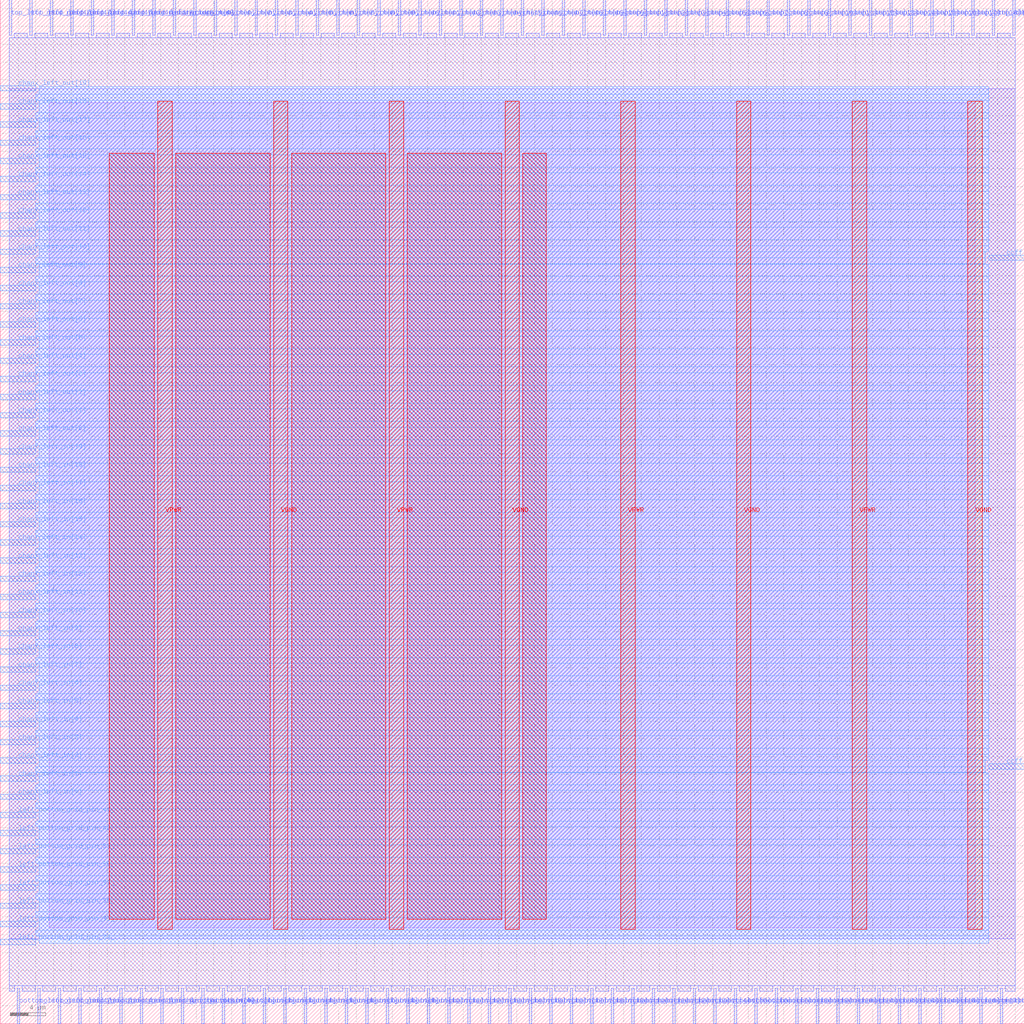
<source format=lef>
VERSION 5.7 ;
  NOWIREEXTENSIONATPIN ON ;
  DIVIDERCHAR "/" ;
  BUSBITCHARS "[]" ;
MACRO sb_2__1_
  CLASS BLOCK ;
  FOREIGN sb_2__1_ ;
  ORIGIN 0.000 0.000 ;
  SIZE 115.000 BY 115.000 ;
  PIN VGND
    DIRECTION INOUT ;
    USE GROUND ;
    PORT
      LAYER met4 ;
        RECT 30.710 10.640 32.310 103.600 ;
    END
    PORT
      LAYER met4 ;
        RECT 56.700 10.640 58.300 103.600 ;
    END
    PORT
      LAYER met4 ;
        RECT 82.690 10.640 84.290 103.600 ;
    END
    PORT
      LAYER met4 ;
        RECT 108.680 10.640 110.280 103.600 ;
    END
  END VGND
  PIN VPWR
    DIRECTION INOUT ;
    USE POWER ;
    PORT
      LAYER met4 ;
        RECT 17.715 10.640 19.315 103.600 ;
    END
    PORT
      LAYER met4 ;
        RECT 43.705 10.640 45.305 103.600 ;
    END
    PORT
      LAYER met4 ;
        RECT 69.695 10.640 71.295 103.600 ;
    END
    PORT
      LAYER met4 ;
        RECT 95.685 10.640 97.285 103.600 ;
    END
  END VPWR
  PIN bottom_left_grid_pin_42_
    DIRECTION INPUT ;
    USE SIGNAL ;
    PORT
      LAYER met2 ;
        RECT 1.930 0.000 2.210 4.000 ;
    END
  END bottom_left_grid_pin_42_
  PIN bottom_left_grid_pin_43_
    DIRECTION INPUT ;
    USE SIGNAL ;
    PORT
      LAYER met2 ;
        RECT 4.230 0.000 4.510 4.000 ;
    END
  END bottom_left_grid_pin_43_
  PIN bottom_left_grid_pin_44_
    DIRECTION INPUT ;
    USE SIGNAL ;
    PORT
      LAYER met2 ;
        RECT 6.530 0.000 6.810 4.000 ;
    END
  END bottom_left_grid_pin_44_
  PIN bottom_left_grid_pin_45_
    DIRECTION INPUT ;
    USE SIGNAL ;
    PORT
      LAYER met2 ;
        RECT 8.830 0.000 9.110 4.000 ;
    END
  END bottom_left_grid_pin_45_
  PIN bottom_left_grid_pin_46_
    DIRECTION INPUT ;
    USE SIGNAL ;
    PORT
      LAYER met2 ;
        RECT 11.130 0.000 11.410 4.000 ;
    END
  END bottom_left_grid_pin_46_
  PIN bottom_left_grid_pin_47_
    DIRECTION INPUT ;
    USE SIGNAL ;
    PORT
      LAYER met2 ;
        RECT 13.430 0.000 13.710 4.000 ;
    END
  END bottom_left_grid_pin_47_
  PIN bottom_left_grid_pin_48_
    DIRECTION INPUT ;
    USE SIGNAL ;
    PORT
      LAYER met2 ;
        RECT 15.730 0.000 16.010 4.000 ;
    END
  END bottom_left_grid_pin_48_
  PIN bottom_left_grid_pin_49_
    DIRECTION INPUT ;
    USE SIGNAL ;
    PORT
      LAYER met2 ;
        RECT 18.030 0.000 18.310 4.000 ;
    END
  END bottom_left_grid_pin_49_
  PIN bottom_right_grid_pin_1_
    DIRECTION INPUT ;
    USE SIGNAL ;
    PORT
      LAYER met2 ;
        RECT 112.330 0.000 112.610 4.000 ;
    END
  END bottom_right_grid_pin_1_
  PIN ccff_head
    DIRECTION INPUT ;
    USE SIGNAL ;
    PORT
      LAYER met3 ;
        RECT 111.000 28.600 115.000 29.200 ;
    END
  END ccff_head
  PIN ccff_tail
    DIRECTION OUTPUT TRISTATE ;
    USE SIGNAL ;
    PORT
      LAYER met3 ;
        RECT 111.000 85.720 115.000 86.320 ;
    END
  END ccff_tail
  PIN chanx_left_in[0]
    DIRECTION INPUT ;
    USE SIGNAL ;
    PORT
      LAYER met3 ;
        RECT 0.000 25.200 4.000 25.800 ;
    END
  END chanx_left_in[0]
  PIN chanx_left_in[10]
    DIRECTION INPUT ;
    USE SIGNAL ;
    PORT
      LAYER met3 ;
        RECT 0.000 45.600 4.000 46.200 ;
    END
  END chanx_left_in[10]
  PIN chanx_left_in[11]
    DIRECTION INPUT ;
    USE SIGNAL ;
    PORT
      LAYER met3 ;
        RECT 0.000 47.640 4.000 48.240 ;
    END
  END chanx_left_in[11]
  PIN chanx_left_in[12]
    DIRECTION INPUT ;
    USE SIGNAL ;
    PORT
      LAYER met3 ;
        RECT 0.000 49.680 4.000 50.280 ;
    END
  END chanx_left_in[12]
  PIN chanx_left_in[13]
    DIRECTION INPUT ;
    USE SIGNAL ;
    PORT
      LAYER met3 ;
        RECT 0.000 51.720 4.000 52.320 ;
    END
  END chanx_left_in[13]
  PIN chanx_left_in[14]
    DIRECTION INPUT ;
    USE SIGNAL ;
    PORT
      LAYER met3 ;
        RECT 0.000 53.760 4.000 54.360 ;
    END
  END chanx_left_in[14]
  PIN chanx_left_in[15]
    DIRECTION INPUT ;
    USE SIGNAL ;
    PORT
      LAYER met3 ;
        RECT 0.000 55.800 4.000 56.400 ;
    END
  END chanx_left_in[15]
  PIN chanx_left_in[16]
    DIRECTION INPUT ;
    USE SIGNAL ;
    PORT
      LAYER met3 ;
        RECT 0.000 57.840 4.000 58.440 ;
    END
  END chanx_left_in[16]
  PIN chanx_left_in[17]
    DIRECTION INPUT ;
    USE SIGNAL ;
    PORT
      LAYER met3 ;
        RECT 0.000 59.880 4.000 60.480 ;
    END
  END chanx_left_in[17]
  PIN chanx_left_in[18]
    DIRECTION INPUT ;
    USE SIGNAL ;
    PORT
      LAYER met3 ;
        RECT 0.000 61.920 4.000 62.520 ;
    END
  END chanx_left_in[18]
  PIN chanx_left_in[19]
    DIRECTION INPUT ;
    USE SIGNAL ;
    PORT
      LAYER met3 ;
        RECT 0.000 63.960 4.000 64.560 ;
    END
  END chanx_left_in[19]
  PIN chanx_left_in[1]
    DIRECTION INPUT ;
    USE SIGNAL ;
    PORT
      LAYER met3 ;
        RECT 0.000 27.240 4.000 27.840 ;
    END
  END chanx_left_in[1]
  PIN chanx_left_in[2]
    DIRECTION INPUT ;
    USE SIGNAL ;
    PORT
      LAYER met3 ;
        RECT 0.000 29.280 4.000 29.880 ;
    END
  END chanx_left_in[2]
  PIN chanx_left_in[3]
    DIRECTION INPUT ;
    USE SIGNAL ;
    PORT
      LAYER met3 ;
        RECT 0.000 31.320 4.000 31.920 ;
    END
  END chanx_left_in[3]
  PIN chanx_left_in[4]
    DIRECTION INPUT ;
    USE SIGNAL ;
    PORT
      LAYER met3 ;
        RECT 0.000 33.360 4.000 33.960 ;
    END
  END chanx_left_in[4]
  PIN chanx_left_in[5]
    DIRECTION INPUT ;
    USE SIGNAL ;
    PORT
      LAYER met3 ;
        RECT 0.000 35.400 4.000 36.000 ;
    END
  END chanx_left_in[5]
  PIN chanx_left_in[6]
    DIRECTION INPUT ;
    USE SIGNAL ;
    PORT
      LAYER met3 ;
        RECT 0.000 37.440 4.000 38.040 ;
    END
  END chanx_left_in[6]
  PIN chanx_left_in[7]
    DIRECTION INPUT ;
    USE SIGNAL ;
    PORT
      LAYER met3 ;
        RECT 0.000 39.480 4.000 40.080 ;
    END
  END chanx_left_in[7]
  PIN chanx_left_in[8]
    DIRECTION INPUT ;
    USE SIGNAL ;
    PORT
      LAYER met3 ;
        RECT 0.000 41.520 4.000 42.120 ;
    END
  END chanx_left_in[8]
  PIN chanx_left_in[9]
    DIRECTION INPUT ;
    USE SIGNAL ;
    PORT
      LAYER met3 ;
        RECT 0.000 43.560 4.000 44.160 ;
    END
  END chanx_left_in[9]
  PIN chanx_left_out[0]
    DIRECTION OUTPUT TRISTATE ;
    USE SIGNAL ;
    PORT
      LAYER met3 ;
        RECT 0.000 66.000 4.000 66.600 ;
    END
  END chanx_left_out[0]
  PIN chanx_left_out[10]
    DIRECTION OUTPUT TRISTATE ;
    USE SIGNAL ;
    PORT
      LAYER met3 ;
        RECT 0.000 86.400 4.000 87.000 ;
    END
  END chanx_left_out[10]
  PIN chanx_left_out[11]
    DIRECTION OUTPUT TRISTATE ;
    USE SIGNAL ;
    PORT
      LAYER met3 ;
        RECT 0.000 88.440 4.000 89.040 ;
    END
  END chanx_left_out[11]
  PIN chanx_left_out[12]
    DIRECTION OUTPUT TRISTATE ;
    USE SIGNAL ;
    PORT
      LAYER met3 ;
        RECT 0.000 90.480 4.000 91.080 ;
    END
  END chanx_left_out[12]
  PIN chanx_left_out[13]
    DIRECTION OUTPUT TRISTATE ;
    USE SIGNAL ;
    PORT
      LAYER met3 ;
        RECT 0.000 92.520 4.000 93.120 ;
    END
  END chanx_left_out[13]
  PIN chanx_left_out[14]
    DIRECTION OUTPUT TRISTATE ;
    USE SIGNAL ;
    PORT
      LAYER met3 ;
        RECT 0.000 94.560 4.000 95.160 ;
    END
  END chanx_left_out[14]
  PIN chanx_left_out[15]
    DIRECTION OUTPUT TRISTATE ;
    USE SIGNAL ;
    PORT
      LAYER met3 ;
        RECT 0.000 96.600 4.000 97.200 ;
    END
  END chanx_left_out[15]
  PIN chanx_left_out[16]
    DIRECTION OUTPUT TRISTATE ;
    USE SIGNAL ;
    PORT
      LAYER met3 ;
        RECT 0.000 98.640 4.000 99.240 ;
    END
  END chanx_left_out[16]
  PIN chanx_left_out[17]
    DIRECTION OUTPUT TRISTATE ;
    USE SIGNAL ;
    PORT
      LAYER met3 ;
        RECT 0.000 100.680 4.000 101.280 ;
    END
  END chanx_left_out[17]
  PIN chanx_left_out[18]
    DIRECTION OUTPUT TRISTATE ;
    USE SIGNAL ;
    PORT
      LAYER met3 ;
        RECT 0.000 102.720 4.000 103.320 ;
    END
  END chanx_left_out[18]
  PIN chanx_left_out[19]
    DIRECTION OUTPUT TRISTATE ;
    USE SIGNAL ;
    PORT
      LAYER met3 ;
        RECT 0.000 104.760 4.000 105.360 ;
    END
  END chanx_left_out[19]
  PIN chanx_left_out[1]
    DIRECTION OUTPUT TRISTATE ;
    USE SIGNAL ;
    PORT
      LAYER met3 ;
        RECT 0.000 68.040 4.000 68.640 ;
    END
  END chanx_left_out[1]
  PIN chanx_left_out[2]
    DIRECTION OUTPUT TRISTATE ;
    USE SIGNAL ;
    PORT
      LAYER met3 ;
        RECT 0.000 70.080 4.000 70.680 ;
    END
  END chanx_left_out[2]
  PIN chanx_left_out[3]
    DIRECTION OUTPUT TRISTATE ;
    USE SIGNAL ;
    PORT
      LAYER met3 ;
        RECT 0.000 72.120 4.000 72.720 ;
    END
  END chanx_left_out[3]
  PIN chanx_left_out[4]
    DIRECTION OUTPUT TRISTATE ;
    USE SIGNAL ;
    PORT
      LAYER met3 ;
        RECT 0.000 74.160 4.000 74.760 ;
    END
  END chanx_left_out[4]
  PIN chanx_left_out[5]
    DIRECTION OUTPUT TRISTATE ;
    USE SIGNAL ;
    PORT
      LAYER met3 ;
        RECT 0.000 76.200 4.000 76.800 ;
    END
  END chanx_left_out[5]
  PIN chanx_left_out[6]
    DIRECTION OUTPUT TRISTATE ;
    USE SIGNAL ;
    PORT
      LAYER met3 ;
        RECT 0.000 78.240 4.000 78.840 ;
    END
  END chanx_left_out[6]
  PIN chanx_left_out[7]
    DIRECTION OUTPUT TRISTATE ;
    USE SIGNAL ;
    PORT
      LAYER met3 ;
        RECT 0.000 80.280 4.000 80.880 ;
    END
  END chanx_left_out[7]
  PIN chanx_left_out[8]
    DIRECTION OUTPUT TRISTATE ;
    USE SIGNAL ;
    PORT
      LAYER met3 ;
        RECT 0.000 82.320 4.000 82.920 ;
    END
  END chanx_left_out[8]
  PIN chanx_left_out[9]
    DIRECTION OUTPUT TRISTATE ;
    USE SIGNAL ;
    PORT
      LAYER met3 ;
        RECT 0.000 84.360 4.000 84.960 ;
    END
  END chanx_left_out[9]
  PIN chany_bottom_in[0]
    DIRECTION INPUT ;
    USE SIGNAL ;
    PORT
      LAYER met2 ;
        RECT 20.330 0.000 20.610 4.000 ;
    END
  END chany_bottom_in[0]
  PIN chany_bottom_in[10]
    DIRECTION INPUT ;
    USE SIGNAL ;
    PORT
      LAYER met2 ;
        RECT 43.330 0.000 43.610 4.000 ;
    END
  END chany_bottom_in[10]
  PIN chany_bottom_in[11]
    DIRECTION INPUT ;
    USE SIGNAL ;
    PORT
      LAYER met2 ;
        RECT 45.630 0.000 45.910 4.000 ;
    END
  END chany_bottom_in[11]
  PIN chany_bottom_in[12]
    DIRECTION INPUT ;
    USE SIGNAL ;
    PORT
      LAYER met2 ;
        RECT 47.930 0.000 48.210 4.000 ;
    END
  END chany_bottom_in[12]
  PIN chany_bottom_in[13]
    DIRECTION INPUT ;
    USE SIGNAL ;
    PORT
      LAYER met2 ;
        RECT 50.230 0.000 50.510 4.000 ;
    END
  END chany_bottom_in[13]
  PIN chany_bottom_in[14]
    DIRECTION INPUT ;
    USE SIGNAL ;
    PORT
      LAYER met2 ;
        RECT 52.530 0.000 52.810 4.000 ;
    END
  END chany_bottom_in[14]
  PIN chany_bottom_in[15]
    DIRECTION INPUT ;
    USE SIGNAL ;
    PORT
      LAYER met2 ;
        RECT 54.830 0.000 55.110 4.000 ;
    END
  END chany_bottom_in[15]
  PIN chany_bottom_in[16]
    DIRECTION INPUT ;
    USE SIGNAL ;
    PORT
      LAYER met2 ;
        RECT 57.130 0.000 57.410 4.000 ;
    END
  END chany_bottom_in[16]
  PIN chany_bottom_in[17]
    DIRECTION INPUT ;
    USE SIGNAL ;
    PORT
      LAYER met2 ;
        RECT 59.430 0.000 59.710 4.000 ;
    END
  END chany_bottom_in[17]
  PIN chany_bottom_in[18]
    DIRECTION INPUT ;
    USE SIGNAL ;
    PORT
      LAYER met2 ;
        RECT 61.730 0.000 62.010 4.000 ;
    END
  END chany_bottom_in[18]
  PIN chany_bottom_in[19]
    DIRECTION INPUT ;
    USE SIGNAL ;
    PORT
      LAYER met2 ;
        RECT 64.030 0.000 64.310 4.000 ;
    END
  END chany_bottom_in[19]
  PIN chany_bottom_in[1]
    DIRECTION INPUT ;
    USE SIGNAL ;
    PORT
      LAYER met2 ;
        RECT 22.630 0.000 22.910 4.000 ;
    END
  END chany_bottom_in[1]
  PIN chany_bottom_in[2]
    DIRECTION INPUT ;
    USE SIGNAL ;
    PORT
      LAYER met2 ;
        RECT 24.930 0.000 25.210 4.000 ;
    END
  END chany_bottom_in[2]
  PIN chany_bottom_in[3]
    DIRECTION INPUT ;
    USE SIGNAL ;
    PORT
      LAYER met2 ;
        RECT 27.230 0.000 27.510 4.000 ;
    END
  END chany_bottom_in[3]
  PIN chany_bottom_in[4]
    DIRECTION INPUT ;
    USE SIGNAL ;
    PORT
      LAYER met2 ;
        RECT 29.530 0.000 29.810 4.000 ;
    END
  END chany_bottom_in[4]
  PIN chany_bottom_in[5]
    DIRECTION INPUT ;
    USE SIGNAL ;
    PORT
      LAYER met2 ;
        RECT 31.830 0.000 32.110 4.000 ;
    END
  END chany_bottom_in[5]
  PIN chany_bottom_in[6]
    DIRECTION INPUT ;
    USE SIGNAL ;
    PORT
      LAYER met2 ;
        RECT 34.130 0.000 34.410 4.000 ;
    END
  END chany_bottom_in[6]
  PIN chany_bottom_in[7]
    DIRECTION INPUT ;
    USE SIGNAL ;
    PORT
      LAYER met2 ;
        RECT 36.430 0.000 36.710 4.000 ;
    END
  END chany_bottom_in[7]
  PIN chany_bottom_in[8]
    DIRECTION INPUT ;
    USE SIGNAL ;
    PORT
      LAYER met2 ;
        RECT 38.730 0.000 39.010 4.000 ;
    END
  END chany_bottom_in[8]
  PIN chany_bottom_in[9]
    DIRECTION INPUT ;
    USE SIGNAL ;
    PORT
      LAYER met2 ;
        RECT 41.030 0.000 41.310 4.000 ;
    END
  END chany_bottom_in[9]
  PIN chany_bottom_out[0]
    DIRECTION OUTPUT TRISTATE ;
    USE SIGNAL ;
    PORT
      LAYER met2 ;
        RECT 66.330 0.000 66.610 4.000 ;
    END
  END chany_bottom_out[0]
  PIN chany_bottom_out[10]
    DIRECTION OUTPUT TRISTATE ;
    USE SIGNAL ;
    PORT
      LAYER met2 ;
        RECT 89.330 0.000 89.610 4.000 ;
    END
  END chany_bottom_out[10]
  PIN chany_bottom_out[11]
    DIRECTION OUTPUT TRISTATE ;
    USE SIGNAL ;
    PORT
      LAYER met2 ;
        RECT 91.630 0.000 91.910 4.000 ;
    END
  END chany_bottom_out[11]
  PIN chany_bottom_out[12]
    DIRECTION OUTPUT TRISTATE ;
    USE SIGNAL ;
    PORT
      LAYER met2 ;
        RECT 93.930 0.000 94.210 4.000 ;
    END
  END chany_bottom_out[12]
  PIN chany_bottom_out[13]
    DIRECTION OUTPUT TRISTATE ;
    USE SIGNAL ;
    PORT
      LAYER met2 ;
        RECT 96.230 0.000 96.510 4.000 ;
    END
  END chany_bottom_out[13]
  PIN chany_bottom_out[14]
    DIRECTION OUTPUT TRISTATE ;
    USE SIGNAL ;
    PORT
      LAYER met2 ;
        RECT 98.530 0.000 98.810 4.000 ;
    END
  END chany_bottom_out[14]
  PIN chany_bottom_out[15]
    DIRECTION OUTPUT TRISTATE ;
    USE SIGNAL ;
    PORT
      LAYER met2 ;
        RECT 100.830 0.000 101.110 4.000 ;
    END
  END chany_bottom_out[15]
  PIN chany_bottom_out[16]
    DIRECTION OUTPUT TRISTATE ;
    USE SIGNAL ;
    PORT
      LAYER met2 ;
        RECT 103.130 0.000 103.410 4.000 ;
    END
  END chany_bottom_out[16]
  PIN chany_bottom_out[17]
    DIRECTION OUTPUT TRISTATE ;
    USE SIGNAL ;
    PORT
      LAYER met2 ;
        RECT 105.430 0.000 105.710 4.000 ;
    END
  END chany_bottom_out[17]
  PIN chany_bottom_out[18]
    DIRECTION OUTPUT TRISTATE ;
    USE SIGNAL ;
    PORT
      LAYER met2 ;
        RECT 107.730 0.000 108.010 4.000 ;
    END
  END chany_bottom_out[18]
  PIN chany_bottom_out[19]
    DIRECTION OUTPUT TRISTATE ;
    USE SIGNAL ;
    PORT
      LAYER met2 ;
        RECT 110.030 0.000 110.310 4.000 ;
    END
  END chany_bottom_out[19]
  PIN chany_bottom_out[1]
    DIRECTION OUTPUT TRISTATE ;
    USE SIGNAL ;
    PORT
      LAYER met2 ;
        RECT 68.630 0.000 68.910 4.000 ;
    END
  END chany_bottom_out[1]
  PIN chany_bottom_out[2]
    DIRECTION OUTPUT TRISTATE ;
    USE SIGNAL ;
    PORT
      LAYER met2 ;
        RECT 70.930 0.000 71.210 4.000 ;
    END
  END chany_bottom_out[2]
  PIN chany_bottom_out[3]
    DIRECTION OUTPUT TRISTATE ;
    USE SIGNAL ;
    PORT
      LAYER met2 ;
        RECT 73.230 0.000 73.510 4.000 ;
    END
  END chany_bottom_out[3]
  PIN chany_bottom_out[4]
    DIRECTION OUTPUT TRISTATE ;
    USE SIGNAL ;
    PORT
      LAYER met2 ;
        RECT 75.530 0.000 75.810 4.000 ;
    END
  END chany_bottom_out[4]
  PIN chany_bottom_out[5]
    DIRECTION OUTPUT TRISTATE ;
    USE SIGNAL ;
    PORT
      LAYER met2 ;
        RECT 77.830 0.000 78.110 4.000 ;
    END
  END chany_bottom_out[5]
  PIN chany_bottom_out[6]
    DIRECTION OUTPUT TRISTATE ;
    USE SIGNAL ;
    PORT
      LAYER met2 ;
        RECT 80.130 0.000 80.410 4.000 ;
    END
  END chany_bottom_out[6]
  PIN chany_bottom_out[7]
    DIRECTION OUTPUT TRISTATE ;
    USE SIGNAL ;
    PORT
      LAYER met2 ;
        RECT 82.430 0.000 82.710 4.000 ;
    END
  END chany_bottom_out[7]
  PIN chany_bottom_out[8]
    DIRECTION OUTPUT TRISTATE ;
    USE SIGNAL ;
    PORT
      LAYER met2 ;
        RECT 84.730 0.000 85.010 4.000 ;
    END
  END chany_bottom_out[8]
  PIN chany_bottom_out[9]
    DIRECTION OUTPUT TRISTATE ;
    USE SIGNAL ;
    PORT
      LAYER met2 ;
        RECT 87.030 0.000 87.310 4.000 ;
    END
  END chany_bottom_out[9]
  PIN chany_top_in[0]
    DIRECTION INPUT ;
    USE SIGNAL ;
    PORT
      LAYER met2 ;
        RECT 19.410 111.000 19.690 115.000 ;
    END
  END chany_top_in[0]
  PIN chany_top_in[10]
    DIRECTION INPUT ;
    USE SIGNAL ;
    PORT
      LAYER met2 ;
        RECT 42.410 111.000 42.690 115.000 ;
    END
  END chany_top_in[10]
  PIN chany_top_in[11]
    DIRECTION INPUT ;
    USE SIGNAL ;
    PORT
      LAYER met2 ;
        RECT 44.710 111.000 44.990 115.000 ;
    END
  END chany_top_in[11]
  PIN chany_top_in[12]
    DIRECTION INPUT ;
    USE SIGNAL ;
    PORT
      LAYER met2 ;
        RECT 47.010 111.000 47.290 115.000 ;
    END
  END chany_top_in[12]
  PIN chany_top_in[13]
    DIRECTION INPUT ;
    USE SIGNAL ;
    PORT
      LAYER met2 ;
        RECT 49.310 111.000 49.590 115.000 ;
    END
  END chany_top_in[13]
  PIN chany_top_in[14]
    DIRECTION INPUT ;
    USE SIGNAL ;
    PORT
      LAYER met2 ;
        RECT 51.610 111.000 51.890 115.000 ;
    END
  END chany_top_in[14]
  PIN chany_top_in[15]
    DIRECTION INPUT ;
    USE SIGNAL ;
    PORT
      LAYER met2 ;
        RECT 53.910 111.000 54.190 115.000 ;
    END
  END chany_top_in[15]
  PIN chany_top_in[16]
    DIRECTION INPUT ;
    USE SIGNAL ;
    PORT
      LAYER met2 ;
        RECT 56.210 111.000 56.490 115.000 ;
    END
  END chany_top_in[16]
  PIN chany_top_in[17]
    DIRECTION INPUT ;
    USE SIGNAL ;
    PORT
      LAYER met2 ;
        RECT 58.510 111.000 58.790 115.000 ;
    END
  END chany_top_in[17]
  PIN chany_top_in[18]
    DIRECTION INPUT ;
    USE SIGNAL ;
    PORT
      LAYER met2 ;
        RECT 60.810 111.000 61.090 115.000 ;
    END
  END chany_top_in[18]
  PIN chany_top_in[19]
    DIRECTION INPUT ;
    USE SIGNAL ;
    PORT
      LAYER met2 ;
        RECT 63.110 111.000 63.390 115.000 ;
    END
  END chany_top_in[19]
  PIN chany_top_in[1]
    DIRECTION INPUT ;
    USE SIGNAL ;
    PORT
      LAYER met2 ;
        RECT 21.710 111.000 21.990 115.000 ;
    END
  END chany_top_in[1]
  PIN chany_top_in[2]
    DIRECTION INPUT ;
    USE SIGNAL ;
    PORT
      LAYER met2 ;
        RECT 24.010 111.000 24.290 115.000 ;
    END
  END chany_top_in[2]
  PIN chany_top_in[3]
    DIRECTION INPUT ;
    USE SIGNAL ;
    PORT
      LAYER met2 ;
        RECT 26.310 111.000 26.590 115.000 ;
    END
  END chany_top_in[3]
  PIN chany_top_in[4]
    DIRECTION INPUT ;
    USE SIGNAL ;
    PORT
      LAYER met2 ;
        RECT 28.610 111.000 28.890 115.000 ;
    END
  END chany_top_in[4]
  PIN chany_top_in[5]
    DIRECTION INPUT ;
    USE SIGNAL ;
    PORT
      LAYER met2 ;
        RECT 30.910 111.000 31.190 115.000 ;
    END
  END chany_top_in[5]
  PIN chany_top_in[6]
    DIRECTION INPUT ;
    USE SIGNAL ;
    PORT
      LAYER met2 ;
        RECT 33.210 111.000 33.490 115.000 ;
    END
  END chany_top_in[6]
  PIN chany_top_in[7]
    DIRECTION INPUT ;
    USE SIGNAL ;
    PORT
      LAYER met2 ;
        RECT 35.510 111.000 35.790 115.000 ;
    END
  END chany_top_in[7]
  PIN chany_top_in[8]
    DIRECTION INPUT ;
    USE SIGNAL ;
    PORT
      LAYER met2 ;
        RECT 37.810 111.000 38.090 115.000 ;
    END
  END chany_top_in[8]
  PIN chany_top_in[9]
    DIRECTION INPUT ;
    USE SIGNAL ;
    PORT
      LAYER met2 ;
        RECT 40.110 111.000 40.390 115.000 ;
    END
  END chany_top_in[9]
  PIN chany_top_out[0]
    DIRECTION OUTPUT TRISTATE ;
    USE SIGNAL ;
    PORT
      LAYER met2 ;
        RECT 65.410 111.000 65.690 115.000 ;
    END
  END chany_top_out[0]
  PIN chany_top_out[10]
    DIRECTION OUTPUT TRISTATE ;
    USE SIGNAL ;
    PORT
      LAYER met2 ;
        RECT 88.410 111.000 88.690 115.000 ;
    END
  END chany_top_out[10]
  PIN chany_top_out[11]
    DIRECTION OUTPUT TRISTATE ;
    USE SIGNAL ;
    PORT
      LAYER met2 ;
        RECT 90.710 111.000 90.990 115.000 ;
    END
  END chany_top_out[11]
  PIN chany_top_out[12]
    DIRECTION OUTPUT TRISTATE ;
    USE SIGNAL ;
    PORT
      LAYER met2 ;
        RECT 93.010 111.000 93.290 115.000 ;
    END
  END chany_top_out[12]
  PIN chany_top_out[13]
    DIRECTION OUTPUT TRISTATE ;
    USE SIGNAL ;
    PORT
      LAYER met2 ;
        RECT 95.310 111.000 95.590 115.000 ;
    END
  END chany_top_out[13]
  PIN chany_top_out[14]
    DIRECTION OUTPUT TRISTATE ;
    USE SIGNAL ;
    PORT
      LAYER met2 ;
        RECT 97.610 111.000 97.890 115.000 ;
    END
  END chany_top_out[14]
  PIN chany_top_out[15]
    DIRECTION OUTPUT TRISTATE ;
    USE SIGNAL ;
    PORT
      LAYER met2 ;
        RECT 99.910 111.000 100.190 115.000 ;
    END
  END chany_top_out[15]
  PIN chany_top_out[16]
    DIRECTION OUTPUT TRISTATE ;
    USE SIGNAL ;
    PORT
      LAYER met2 ;
        RECT 102.210 111.000 102.490 115.000 ;
    END
  END chany_top_out[16]
  PIN chany_top_out[17]
    DIRECTION OUTPUT TRISTATE ;
    USE SIGNAL ;
    PORT
      LAYER met2 ;
        RECT 104.510 111.000 104.790 115.000 ;
    END
  END chany_top_out[17]
  PIN chany_top_out[18]
    DIRECTION OUTPUT TRISTATE ;
    USE SIGNAL ;
    PORT
      LAYER met2 ;
        RECT 106.810 111.000 107.090 115.000 ;
    END
  END chany_top_out[18]
  PIN chany_top_out[19]
    DIRECTION OUTPUT TRISTATE ;
    USE SIGNAL ;
    PORT
      LAYER met2 ;
        RECT 109.110 111.000 109.390 115.000 ;
    END
  END chany_top_out[19]
  PIN chany_top_out[1]
    DIRECTION OUTPUT TRISTATE ;
    USE SIGNAL ;
    PORT
      LAYER met2 ;
        RECT 67.710 111.000 67.990 115.000 ;
    END
  END chany_top_out[1]
  PIN chany_top_out[2]
    DIRECTION OUTPUT TRISTATE ;
    USE SIGNAL ;
    PORT
      LAYER met2 ;
        RECT 70.010 111.000 70.290 115.000 ;
    END
  END chany_top_out[2]
  PIN chany_top_out[3]
    DIRECTION OUTPUT TRISTATE ;
    USE SIGNAL ;
    PORT
      LAYER met2 ;
        RECT 72.310 111.000 72.590 115.000 ;
    END
  END chany_top_out[3]
  PIN chany_top_out[4]
    DIRECTION OUTPUT TRISTATE ;
    USE SIGNAL ;
    PORT
      LAYER met2 ;
        RECT 74.610 111.000 74.890 115.000 ;
    END
  END chany_top_out[4]
  PIN chany_top_out[5]
    DIRECTION OUTPUT TRISTATE ;
    USE SIGNAL ;
    PORT
      LAYER met2 ;
        RECT 76.910 111.000 77.190 115.000 ;
    END
  END chany_top_out[5]
  PIN chany_top_out[6]
    DIRECTION OUTPUT TRISTATE ;
    USE SIGNAL ;
    PORT
      LAYER met2 ;
        RECT 79.210 111.000 79.490 115.000 ;
    END
  END chany_top_out[6]
  PIN chany_top_out[7]
    DIRECTION OUTPUT TRISTATE ;
    USE SIGNAL ;
    PORT
      LAYER met2 ;
        RECT 81.510 111.000 81.790 115.000 ;
    END
  END chany_top_out[7]
  PIN chany_top_out[8]
    DIRECTION OUTPUT TRISTATE ;
    USE SIGNAL ;
    PORT
      LAYER met2 ;
        RECT 83.810 111.000 84.090 115.000 ;
    END
  END chany_top_out[8]
  PIN chany_top_out[9]
    DIRECTION OUTPUT TRISTATE ;
    USE SIGNAL ;
    PORT
      LAYER met2 ;
        RECT 86.110 111.000 86.390 115.000 ;
    END
  END chany_top_out[9]
  PIN left_bottom_grid_pin_34_
    DIRECTION INPUT ;
    USE SIGNAL ;
    PORT
      LAYER met3 ;
        RECT 0.000 8.880 4.000 9.480 ;
    END
  END left_bottom_grid_pin_34_
  PIN left_bottom_grid_pin_35_
    DIRECTION INPUT ;
    USE SIGNAL ;
    PORT
      LAYER met3 ;
        RECT 0.000 10.920 4.000 11.520 ;
    END
  END left_bottom_grid_pin_35_
  PIN left_bottom_grid_pin_36_
    DIRECTION INPUT ;
    USE SIGNAL ;
    PORT
      LAYER met3 ;
        RECT 0.000 12.960 4.000 13.560 ;
    END
  END left_bottom_grid_pin_36_
  PIN left_bottom_grid_pin_37_
    DIRECTION INPUT ;
    USE SIGNAL ;
    PORT
      LAYER met3 ;
        RECT 0.000 15.000 4.000 15.600 ;
    END
  END left_bottom_grid_pin_37_
  PIN left_bottom_grid_pin_38_
    DIRECTION INPUT ;
    USE SIGNAL ;
    PORT
      LAYER met3 ;
        RECT 0.000 17.040 4.000 17.640 ;
    END
  END left_bottom_grid_pin_38_
  PIN left_bottom_grid_pin_39_
    DIRECTION INPUT ;
    USE SIGNAL ;
    PORT
      LAYER met3 ;
        RECT 0.000 19.080 4.000 19.680 ;
    END
  END left_bottom_grid_pin_39_
  PIN left_bottom_grid_pin_40_
    DIRECTION INPUT ;
    USE SIGNAL ;
    PORT
      LAYER met3 ;
        RECT 0.000 21.120 4.000 21.720 ;
    END
  END left_bottom_grid_pin_40_
  PIN left_bottom_grid_pin_41_
    DIRECTION INPUT ;
    USE SIGNAL ;
    PORT
      LAYER met3 ;
        RECT 0.000 23.160 4.000 23.760 ;
    END
  END left_bottom_grid_pin_41_
  PIN prog_clk_0_N_in
    DIRECTION INPUT ;
    USE SIGNAL ;
    PORT
      LAYER met2 ;
        RECT 111.410 111.000 111.690 115.000 ;
    END
  END prog_clk_0_N_in
  PIN top_left_grid_pin_42_
    DIRECTION INPUT ;
    USE SIGNAL ;
    PORT
      LAYER met2 ;
        RECT 1.010 111.000 1.290 115.000 ;
    END
  END top_left_grid_pin_42_
  PIN top_left_grid_pin_43_
    DIRECTION INPUT ;
    USE SIGNAL ;
    PORT
      LAYER met2 ;
        RECT 3.310 111.000 3.590 115.000 ;
    END
  END top_left_grid_pin_43_
  PIN top_left_grid_pin_44_
    DIRECTION INPUT ;
    USE SIGNAL ;
    PORT
      LAYER met2 ;
        RECT 5.610 111.000 5.890 115.000 ;
    END
  END top_left_grid_pin_44_
  PIN top_left_grid_pin_45_
    DIRECTION INPUT ;
    USE SIGNAL ;
    PORT
      LAYER met2 ;
        RECT 7.910 111.000 8.190 115.000 ;
    END
  END top_left_grid_pin_45_
  PIN top_left_grid_pin_46_
    DIRECTION INPUT ;
    USE SIGNAL ;
    PORT
      LAYER met2 ;
        RECT 10.210 111.000 10.490 115.000 ;
    END
  END top_left_grid_pin_46_
  PIN top_left_grid_pin_47_
    DIRECTION INPUT ;
    USE SIGNAL ;
    PORT
      LAYER met2 ;
        RECT 12.510 111.000 12.790 115.000 ;
    END
  END top_left_grid_pin_47_
  PIN top_left_grid_pin_48_
    DIRECTION INPUT ;
    USE SIGNAL ;
    PORT
      LAYER met2 ;
        RECT 14.810 111.000 15.090 115.000 ;
    END
  END top_left_grid_pin_48_
  PIN top_left_grid_pin_49_
    DIRECTION INPUT ;
    USE SIGNAL ;
    PORT
      LAYER met2 ;
        RECT 17.110 111.000 17.390 115.000 ;
    END
  END top_left_grid_pin_49_
  PIN top_right_grid_pin_1_
    DIRECTION INPUT ;
    USE SIGNAL ;
    PORT
      LAYER met2 ;
        RECT 113.710 111.000 113.990 115.000 ;
    END
  END top_right_grid_pin_1_
  OBS
      LAYER li1 ;
        RECT 5.520 10.795 109.480 103.445 ;
      LAYER met1 ;
        RECT 0.990 9.560 114.010 105.020 ;
      LAYER met2 ;
        RECT 1.570 110.720 3.030 111.250 ;
        RECT 3.870 110.720 5.330 111.250 ;
        RECT 6.170 110.720 7.630 111.250 ;
        RECT 8.470 110.720 9.930 111.250 ;
        RECT 10.770 110.720 12.230 111.250 ;
        RECT 13.070 110.720 14.530 111.250 ;
        RECT 15.370 110.720 16.830 111.250 ;
        RECT 17.670 110.720 19.130 111.250 ;
        RECT 19.970 110.720 21.430 111.250 ;
        RECT 22.270 110.720 23.730 111.250 ;
        RECT 24.570 110.720 26.030 111.250 ;
        RECT 26.870 110.720 28.330 111.250 ;
        RECT 29.170 110.720 30.630 111.250 ;
        RECT 31.470 110.720 32.930 111.250 ;
        RECT 33.770 110.720 35.230 111.250 ;
        RECT 36.070 110.720 37.530 111.250 ;
        RECT 38.370 110.720 39.830 111.250 ;
        RECT 40.670 110.720 42.130 111.250 ;
        RECT 42.970 110.720 44.430 111.250 ;
        RECT 45.270 110.720 46.730 111.250 ;
        RECT 47.570 110.720 49.030 111.250 ;
        RECT 49.870 110.720 51.330 111.250 ;
        RECT 52.170 110.720 53.630 111.250 ;
        RECT 54.470 110.720 55.930 111.250 ;
        RECT 56.770 110.720 58.230 111.250 ;
        RECT 59.070 110.720 60.530 111.250 ;
        RECT 61.370 110.720 62.830 111.250 ;
        RECT 63.670 110.720 65.130 111.250 ;
        RECT 65.970 110.720 67.430 111.250 ;
        RECT 68.270 110.720 69.730 111.250 ;
        RECT 70.570 110.720 72.030 111.250 ;
        RECT 72.870 110.720 74.330 111.250 ;
        RECT 75.170 110.720 76.630 111.250 ;
        RECT 77.470 110.720 78.930 111.250 ;
        RECT 79.770 110.720 81.230 111.250 ;
        RECT 82.070 110.720 83.530 111.250 ;
        RECT 84.370 110.720 85.830 111.250 ;
        RECT 86.670 110.720 88.130 111.250 ;
        RECT 88.970 110.720 90.430 111.250 ;
        RECT 91.270 110.720 92.730 111.250 ;
        RECT 93.570 110.720 95.030 111.250 ;
        RECT 95.870 110.720 97.330 111.250 ;
        RECT 98.170 110.720 99.630 111.250 ;
        RECT 100.470 110.720 101.930 111.250 ;
        RECT 102.770 110.720 104.230 111.250 ;
        RECT 105.070 110.720 106.530 111.250 ;
        RECT 107.370 110.720 108.830 111.250 ;
        RECT 109.670 110.720 111.130 111.250 ;
        RECT 111.970 110.720 113.430 111.250 ;
        RECT 1.020 4.280 113.980 110.720 ;
        RECT 1.020 3.670 1.650 4.280 ;
        RECT 2.490 3.670 3.950 4.280 ;
        RECT 4.790 3.670 6.250 4.280 ;
        RECT 7.090 3.670 8.550 4.280 ;
        RECT 9.390 3.670 10.850 4.280 ;
        RECT 11.690 3.670 13.150 4.280 ;
        RECT 13.990 3.670 15.450 4.280 ;
        RECT 16.290 3.670 17.750 4.280 ;
        RECT 18.590 3.670 20.050 4.280 ;
        RECT 20.890 3.670 22.350 4.280 ;
        RECT 23.190 3.670 24.650 4.280 ;
        RECT 25.490 3.670 26.950 4.280 ;
        RECT 27.790 3.670 29.250 4.280 ;
        RECT 30.090 3.670 31.550 4.280 ;
        RECT 32.390 3.670 33.850 4.280 ;
        RECT 34.690 3.670 36.150 4.280 ;
        RECT 36.990 3.670 38.450 4.280 ;
        RECT 39.290 3.670 40.750 4.280 ;
        RECT 41.590 3.670 43.050 4.280 ;
        RECT 43.890 3.670 45.350 4.280 ;
        RECT 46.190 3.670 47.650 4.280 ;
        RECT 48.490 3.670 49.950 4.280 ;
        RECT 50.790 3.670 52.250 4.280 ;
        RECT 53.090 3.670 54.550 4.280 ;
        RECT 55.390 3.670 56.850 4.280 ;
        RECT 57.690 3.670 59.150 4.280 ;
        RECT 59.990 3.670 61.450 4.280 ;
        RECT 62.290 3.670 63.750 4.280 ;
        RECT 64.590 3.670 66.050 4.280 ;
        RECT 66.890 3.670 68.350 4.280 ;
        RECT 69.190 3.670 70.650 4.280 ;
        RECT 71.490 3.670 72.950 4.280 ;
        RECT 73.790 3.670 75.250 4.280 ;
        RECT 76.090 3.670 77.550 4.280 ;
        RECT 78.390 3.670 79.850 4.280 ;
        RECT 80.690 3.670 82.150 4.280 ;
        RECT 82.990 3.670 84.450 4.280 ;
        RECT 85.290 3.670 86.750 4.280 ;
        RECT 87.590 3.670 89.050 4.280 ;
        RECT 89.890 3.670 91.350 4.280 ;
        RECT 92.190 3.670 93.650 4.280 ;
        RECT 94.490 3.670 95.950 4.280 ;
        RECT 96.790 3.670 98.250 4.280 ;
        RECT 99.090 3.670 100.550 4.280 ;
        RECT 101.390 3.670 102.850 4.280 ;
        RECT 103.690 3.670 105.150 4.280 ;
        RECT 105.990 3.670 107.450 4.280 ;
        RECT 108.290 3.670 109.750 4.280 ;
        RECT 110.590 3.670 112.050 4.280 ;
        RECT 112.890 3.670 113.980 4.280 ;
      LAYER met3 ;
        RECT 4.400 104.360 111.000 105.225 ;
        RECT 4.000 103.720 111.000 104.360 ;
        RECT 4.400 102.320 111.000 103.720 ;
        RECT 4.000 101.680 111.000 102.320 ;
        RECT 4.400 100.280 111.000 101.680 ;
        RECT 4.000 99.640 111.000 100.280 ;
        RECT 4.400 98.240 111.000 99.640 ;
        RECT 4.000 97.600 111.000 98.240 ;
        RECT 4.400 96.200 111.000 97.600 ;
        RECT 4.000 95.560 111.000 96.200 ;
        RECT 4.400 94.160 111.000 95.560 ;
        RECT 4.000 93.520 111.000 94.160 ;
        RECT 4.400 92.120 111.000 93.520 ;
        RECT 4.000 91.480 111.000 92.120 ;
        RECT 4.400 90.080 111.000 91.480 ;
        RECT 4.000 89.440 111.000 90.080 ;
        RECT 4.400 88.040 111.000 89.440 ;
        RECT 4.000 87.400 111.000 88.040 ;
        RECT 4.400 86.720 111.000 87.400 ;
        RECT 4.400 86.000 110.600 86.720 ;
        RECT 4.000 85.360 110.600 86.000 ;
        RECT 4.400 85.320 110.600 85.360 ;
        RECT 4.400 83.960 111.000 85.320 ;
        RECT 4.000 83.320 111.000 83.960 ;
        RECT 4.400 81.920 111.000 83.320 ;
        RECT 4.000 81.280 111.000 81.920 ;
        RECT 4.400 79.880 111.000 81.280 ;
        RECT 4.000 79.240 111.000 79.880 ;
        RECT 4.400 77.840 111.000 79.240 ;
        RECT 4.000 77.200 111.000 77.840 ;
        RECT 4.400 75.800 111.000 77.200 ;
        RECT 4.000 75.160 111.000 75.800 ;
        RECT 4.400 73.760 111.000 75.160 ;
        RECT 4.000 73.120 111.000 73.760 ;
        RECT 4.400 71.720 111.000 73.120 ;
        RECT 4.000 71.080 111.000 71.720 ;
        RECT 4.400 69.680 111.000 71.080 ;
        RECT 4.000 69.040 111.000 69.680 ;
        RECT 4.400 67.640 111.000 69.040 ;
        RECT 4.000 67.000 111.000 67.640 ;
        RECT 4.400 65.600 111.000 67.000 ;
        RECT 4.000 64.960 111.000 65.600 ;
        RECT 4.400 63.560 111.000 64.960 ;
        RECT 4.000 62.920 111.000 63.560 ;
        RECT 4.400 61.520 111.000 62.920 ;
        RECT 4.000 60.880 111.000 61.520 ;
        RECT 4.400 59.480 111.000 60.880 ;
        RECT 4.000 58.840 111.000 59.480 ;
        RECT 4.400 57.440 111.000 58.840 ;
        RECT 4.000 56.800 111.000 57.440 ;
        RECT 4.400 55.400 111.000 56.800 ;
        RECT 4.000 54.760 111.000 55.400 ;
        RECT 4.400 53.360 111.000 54.760 ;
        RECT 4.000 52.720 111.000 53.360 ;
        RECT 4.400 51.320 111.000 52.720 ;
        RECT 4.000 50.680 111.000 51.320 ;
        RECT 4.400 49.280 111.000 50.680 ;
        RECT 4.000 48.640 111.000 49.280 ;
        RECT 4.400 47.240 111.000 48.640 ;
        RECT 4.000 46.600 111.000 47.240 ;
        RECT 4.400 45.200 111.000 46.600 ;
        RECT 4.000 44.560 111.000 45.200 ;
        RECT 4.400 43.160 111.000 44.560 ;
        RECT 4.000 42.520 111.000 43.160 ;
        RECT 4.400 41.120 111.000 42.520 ;
        RECT 4.000 40.480 111.000 41.120 ;
        RECT 4.400 39.080 111.000 40.480 ;
        RECT 4.000 38.440 111.000 39.080 ;
        RECT 4.400 37.040 111.000 38.440 ;
        RECT 4.000 36.400 111.000 37.040 ;
        RECT 4.400 35.000 111.000 36.400 ;
        RECT 4.000 34.360 111.000 35.000 ;
        RECT 4.400 32.960 111.000 34.360 ;
        RECT 4.000 32.320 111.000 32.960 ;
        RECT 4.400 30.920 111.000 32.320 ;
        RECT 4.000 30.280 111.000 30.920 ;
        RECT 4.400 29.600 111.000 30.280 ;
        RECT 4.400 28.880 110.600 29.600 ;
        RECT 4.000 28.240 110.600 28.880 ;
        RECT 4.400 28.200 110.600 28.240 ;
        RECT 4.400 26.840 111.000 28.200 ;
        RECT 4.000 26.200 111.000 26.840 ;
        RECT 4.400 24.800 111.000 26.200 ;
        RECT 4.000 24.160 111.000 24.800 ;
        RECT 4.400 22.760 111.000 24.160 ;
        RECT 4.000 22.120 111.000 22.760 ;
        RECT 4.400 20.720 111.000 22.120 ;
        RECT 4.000 20.080 111.000 20.720 ;
        RECT 4.400 18.680 111.000 20.080 ;
        RECT 4.000 18.040 111.000 18.680 ;
        RECT 4.400 16.640 111.000 18.040 ;
        RECT 4.000 16.000 111.000 16.640 ;
        RECT 4.400 14.600 111.000 16.000 ;
        RECT 4.000 13.960 111.000 14.600 ;
        RECT 4.400 12.560 111.000 13.960 ;
        RECT 4.000 11.920 111.000 12.560 ;
        RECT 4.400 10.520 111.000 11.920 ;
        RECT 4.000 9.880 111.000 10.520 ;
        RECT 4.400 9.015 111.000 9.880 ;
      LAYER met4 ;
        RECT 12.255 11.735 17.315 97.745 ;
        RECT 19.715 11.735 30.310 97.745 ;
        RECT 32.710 11.735 43.305 97.745 ;
        RECT 45.705 11.735 56.300 97.745 ;
        RECT 58.700 11.735 61.345 97.745 ;
  END
END sb_2__1_
END LIBRARY


</source>
